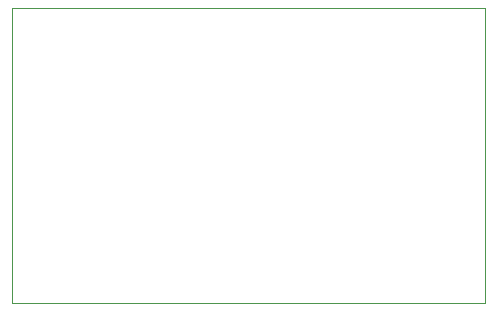
<source format=gbr>
%TF.GenerationSoftware,KiCad,Pcbnew,(6.0.7)*%
%TF.CreationDate,2023-04-11T10:27:19+03:00*%
%TF.ProjectId,ITR-3,4954522d-332e-46b6-9963-61645f706362,rev?*%
%TF.SameCoordinates,Original*%
%TF.FileFunction,Profile,NP*%
%FSLAX46Y46*%
G04 Gerber Fmt 4.6, Leading zero omitted, Abs format (unit mm)*
G04 Created by KiCad (PCBNEW (6.0.7)) date 2023-04-11 10:27:19*
%MOMM*%
%LPD*%
G01*
G04 APERTURE LIST*
%TA.AperFunction,Profile*%
%ADD10C,0.100000*%
%TD*%
G04 APERTURE END LIST*
D10*
X50000000Y-75000000D02*
X90000000Y-75000000D01*
X50000000Y-100000000D02*
X50000000Y-75000000D01*
X90000000Y-75000000D02*
X90000000Y-100000000D01*
X90000000Y-100000000D02*
X50000000Y-100000000D01*
M02*

</source>
